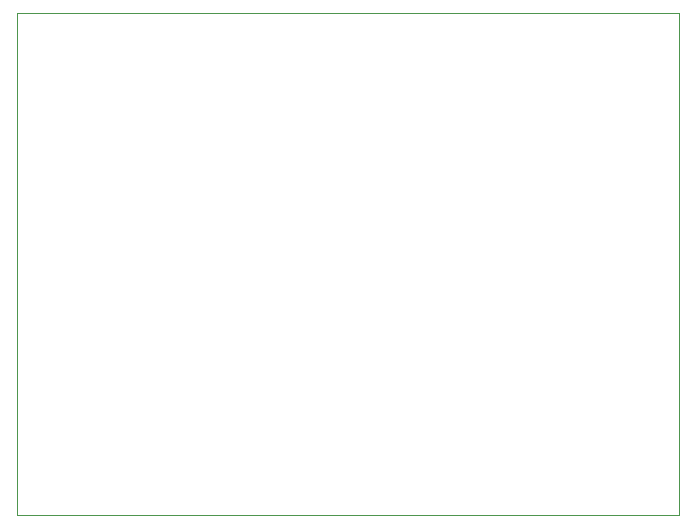
<source format=gbr>
%TF.GenerationSoftware,KiCad,Pcbnew,(6.0.4)*%
%TF.CreationDate,2023-03-20T20:43:09+01:00*%
%TF.ProjectId,analogBlockModule,616e616c-6f67-4426-9c6f-636b4d6f6475,rev?*%
%TF.SameCoordinates,Original*%
%TF.FileFunction,Profile,NP*%
%FSLAX46Y46*%
G04 Gerber Fmt 4.6, Leading zero omitted, Abs format (unit mm)*
G04 Created by KiCad (PCBNEW (6.0.4)) date 2023-03-20 20:43:09*
%MOMM*%
%LPD*%
G01*
G04 APERTURE LIST*
%TA.AperFunction,Profile*%
%ADD10C,0.100000*%
%TD*%
G04 APERTURE END LIST*
D10*
X115500000Y-76500000D02*
X171500000Y-76500000D01*
X171500000Y-76500000D02*
X171500000Y-119000000D01*
X171500000Y-119000000D02*
X115500000Y-119000000D01*
X115500000Y-119000000D02*
X115500000Y-76500000D01*
M02*

</source>
